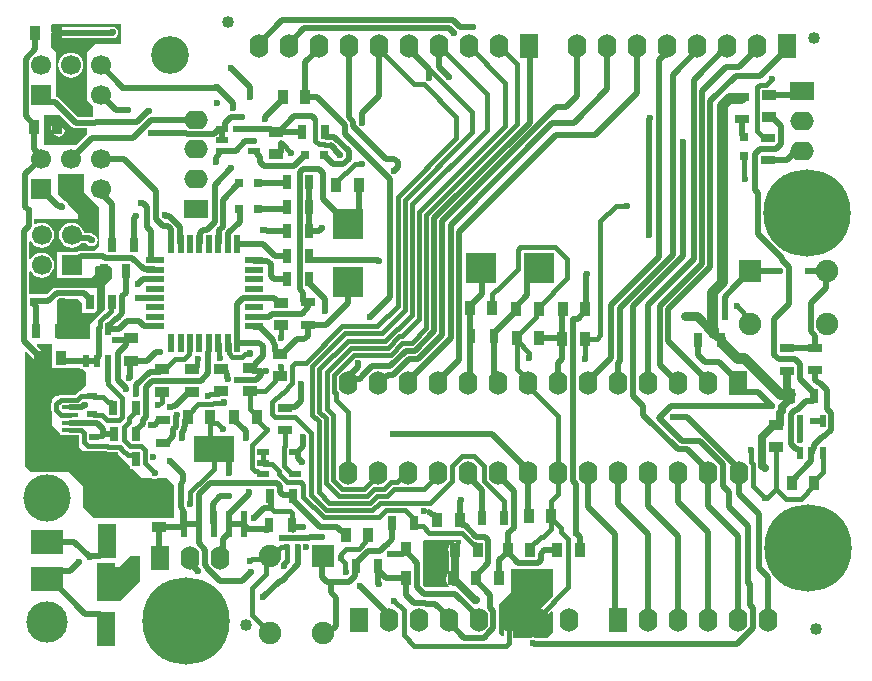
<source format=gtl>
G04*
G04 #@! TF.GenerationSoftware,Altium Limited,Altium Designer,20.0.13 (296)*
G04*
G04 Layer_Physical_Order=1*
G04 Layer_Color=255*
%FSLAX44Y44*%
%MOMM*%
G71*
G01*
G75*
%ADD14R,0.9000X1.3000*%
%ADD15R,2.5000X2.6000*%
%ADD16R,0.7000X1.3000*%
%ADD17R,2.6000X2.5000*%
%ADD18R,0.5588X0.6858*%
%ADD19R,0.6000X2.2000*%
%ADD20R,3.5000X2.2000*%
%ADD21R,1.0000X0.5500*%
%ADD22R,0.5500X1.0000*%
%ADD23R,1.6000X3.0000*%
%ADD24R,1.3000X0.9000*%
%ADD25R,1.3500X0.4000*%
%ADD26R,1.4000X1.6000*%
%ADD27R,1.9000X1.9000*%
%ADD28R,2.7000X2.0000*%
%ADD29R,0.8000X0.8000*%
%ADD30R,0.8000X0.8000*%
%ADD31R,1.5000X0.5500*%
%ADD32R,0.5500X1.5000*%
%ADD33R,1.3000X0.7000*%
%ADD34R,0.9000X0.6000*%
%ADD56R,1.9000X1.9000*%
%ADD57C,1.9000*%
%ADD71C,1.0160*%
%ADD72C,0.5000*%
%ADD73C,0.4000*%
%ADD74C,0.9000*%
%ADD75C,0.7000*%
%ADD76C,0.8000*%
%ADD77R,1.7000X1.7000*%
%ADD78C,1.7000*%
%ADD79R,1.7000X1.7000*%
%ADD80O,2.0000X1.6000*%
%ADD81R,2.0000X1.6000*%
%ADD82O,1.6000X2.0000*%
%ADD83R,1.6000X2.0000*%
%ADD84C,3.2000*%
%ADD85C,3.5000*%
%ADD86C,4.0000*%
%ADD87C,7.4000*%
G04:AMPARAMS|DCode=88|XSize=2mm|YSize=1.25mm|CornerRadius=0.3125mm|HoleSize=0mm|Usage=FLASHONLY|Rotation=0.000|XOffset=0mm|YOffset=0mm|HoleType=Round|Shape=RoundedRectangle|*
%AMROUNDEDRECTD88*
21,1,2.0000,0.6250,0,0,0.0*
21,1,1.3750,1.2500,0,0,0.0*
1,1,0.6250,0.6875,-0.3125*
1,1,0.6250,-0.6875,-0.3125*
1,1,0.6250,-0.6875,0.3125*
1,1,0.6250,0.6875,0.3125*
%
%ADD88ROUNDEDRECTD88*%
%ADD89C,0.6000*%
G36*
X96618Y54828D02*
X80376Y38586D01*
X60747D01*
X60093Y39239D01*
X60093Y66204D01*
X60992Y67102D01*
X79113Y67101D01*
X88272Y76260D01*
X96618Y76260D01*
Y54828D01*
D02*
G37*
G36*
X368049Y89931D02*
Y87065D01*
X367853Y86865D01*
X366779Y86418D01*
X365343Y87378D01*
X363197Y87804D01*
X361051Y87378D01*
X359231Y86162D01*
X358016Y84343D01*
X357589Y82197D01*
X358016Y80051D01*
X358061Y79984D01*
Y61885D01*
X357710Y61651D01*
X356494Y59831D01*
X356067Y57685D01*
Y55685D01*
X356494Y53539D01*
X357710Y51720D01*
X358047Y51382D01*
X357521Y50112D01*
X337632D01*
X336363Y51381D01*
Y54898D01*
X337633Y55283D01*
X337762Y55090D01*
X339085Y54205D01*
X340646Y53895D01*
X342207Y54205D01*
X343530Y55090D01*
X343555Y55115D01*
X344440Y56438D01*
X344750Y57999D01*
X344440Y59560D01*
X343555Y60883D01*
X342232Y61767D01*
X340672Y62077D01*
X339111Y61767D01*
X337788Y60883D01*
X337762Y60857D01*
X337633Y60664D01*
X336363Y61049D01*
Y79134D01*
X337633Y79519D01*
X337788Y79287D01*
X339111Y78403D01*
X340672Y78093D01*
X342232Y78403D01*
X343555Y79287D01*
X343581Y79313D01*
X344465Y80636D01*
X344776Y82197D01*
X344465Y83757D01*
X343581Y85080D01*
X342258Y85965D01*
X340697Y86275D01*
X339137Y85965D01*
X337813Y85080D01*
X337788Y85055D01*
X337633Y84823D01*
X336363Y85208D01*
Y89055D01*
X337261Y89952D01*
X368049Y89931D01*
D02*
G37*
G36*
X446126Y42242D02*
X431125Y27241D01*
X430241Y25918D01*
X429930Y24357D01*
X429930Y24357D01*
Y22357D01*
X430241Y20796D01*
X431125Y19473D01*
X432448Y18589D01*
X434009Y18279D01*
X435570Y18589D01*
X436893Y19473D01*
X437777Y20796D01*
X438087Y22357D01*
Y22668D01*
X444953Y29534D01*
X446126Y29048D01*
Y11984D01*
X441268Y7125D01*
X431615D01*
X429724Y7502D01*
X427832Y7125D01*
X412687Y7125D01*
Y24357D01*
X412377Y25918D01*
X411493Y27241D01*
X410170Y28125D01*
X408609Y28435D01*
X407048Y28125D01*
X405725Y27241D01*
X404841Y25918D01*
X404530Y24357D01*
Y8922D01*
X403357Y8436D01*
X400508Y11285D01*
Y35596D01*
X410634Y45722D01*
Y65695D01*
X446126D01*
Y42242D01*
D02*
G37*
G36*
X22229Y238294D02*
X22229Y236295D01*
X23205Y235319D01*
X45716D01*
Y234510D01*
X48461D01*
X50627Y232344D01*
Y220534D01*
X50717Y220444D01*
X46160Y215887D01*
X44925Y215641D01*
X43602Y214757D01*
X43602Y214757D01*
X41683Y212838D01*
X29559D01*
X29559Y212838D01*
X27998Y212528D01*
X26893Y211789D01*
X24753D01*
X22590Y209626D01*
X22229D01*
Y206934D01*
X21876Y206406D01*
X21566Y204845D01*
X21566Y204845D01*
Y199675D01*
X21566Y199674D01*
X21876Y198114D01*
X22229Y197586D01*
Y186637D01*
X28716Y180150D01*
Y178760D01*
X37072D01*
X37466Y178681D01*
X44870D01*
Y172654D01*
X44870Y172654D01*
X45128Y171359D01*
Y168516D01*
X48079Y165565D01*
X50698D01*
X50731Y165543D01*
X52292Y165232D01*
X67612D01*
X68089Y164913D01*
X69650Y164603D01*
X75355D01*
X87740Y152219D01*
Y149681D01*
X90277D01*
X97969Y141989D01*
X106766D01*
X106977Y141848D01*
X108928Y141460D01*
X110879Y141848D01*
X111090Y141989D01*
X119173D01*
X124999Y136163D01*
Y108799D01*
X57120D01*
X48312Y117608D01*
Y135398D01*
X36394Y147316D01*
X21015D01*
X17966Y147616D01*
X14916Y147316D01*
X4095D01*
X-774Y152185D01*
Y249442D01*
X399Y249928D01*
X6215Y244112D01*
Y244013D01*
X6564Y242257D01*
X7559Y240769D01*
X9047Y239774D01*
X10803Y239425D01*
X12559Y239774D01*
X14047Y240769D01*
X15042Y242257D01*
X15391Y244013D01*
Y246013D01*
X15042Y247769D01*
X14047Y249257D01*
X8996Y254308D01*
X9483Y255481D01*
X22229D01*
Y238294D01*
D02*
G37*
G36*
X49200Y399242D02*
Y384193D01*
X61947Y371446D01*
X61947Y339048D01*
X57777Y334879D01*
X46411D01*
X44656Y334530D01*
X43204Y333560D01*
X26608D01*
Y311892D01*
X55504D01*
X58229Y314617D01*
Y320105D01*
X59606Y321483D01*
X71603D01*
X73100Y319985D01*
X73100Y311607D01*
X72746D01*
X67081Y305942D01*
Y285299D01*
X59832Y278050D01*
X59686Y277832D01*
X54688Y272834D01*
Y260443D01*
X54511Y260266D01*
X26608D01*
Y293116D01*
X27842Y294351D01*
X43618D01*
X47783Y290185D01*
X47783Y282167D01*
X58082Y282167D01*
X58675Y282760D01*
X59716D01*
Y283800D01*
X59822Y283907D01*
Y303286D01*
X59645Y303109D01*
X51395D01*
X51293Y303178D01*
X49537Y303527D01*
X25942D01*
X24186Y303178D01*
X24083Y303109D01*
X22644D01*
X17510Y297975D01*
X2754D01*
Y317202D01*
X4024Y317454D01*
X4105Y317260D01*
X5788Y315067D01*
X7981Y313384D01*
X10535Y312326D01*
X13276Y311965D01*
X16017Y312326D01*
X18571Y313384D01*
X20765Y315067D01*
X22448Y317260D01*
X23506Y319815D01*
X23867Y322556D01*
X23506Y325297D01*
X22448Y327851D01*
X20765Y330045D01*
X18571Y331727D01*
X16017Y332785D01*
X13276Y333146D01*
X10535Y332785D01*
X7981Y331727D01*
X5788Y330045D01*
X4105Y327851D01*
X4024Y327657D01*
X2754Y327910D01*
Y342602D01*
X4024Y342854D01*
X4105Y342660D01*
X5788Y340467D01*
X7981Y338784D01*
X10535Y337726D01*
X13276Y337365D01*
X16017Y337726D01*
X18571Y338784D01*
X20765Y340467D01*
X22448Y342660D01*
X23506Y345215D01*
X23867Y347956D01*
X23506Y350697D01*
X22448Y353251D01*
X20765Y355444D01*
X18571Y357127D01*
X16017Y358186D01*
X13276Y358546D01*
X10535Y358186D01*
X8137Y357192D01*
X6896Y357662D01*
X6867Y357677D01*
Y361477D01*
X43818D01*
X44051Y361710D01*
Y365897D01*
X35356Y374592D01*
X34580Y375753D01*
X33419Y376529D01*
X27278Y382669D01*
Y399385D01*
X49141D01*
X49200Y399242D01*
D02*
G37*
G36*
X80625Y527035D02*
Y509834D01*
X80520Y509581D01*
X58365D01*
X51408Y502624D01*
Y462024D01*
X56720Y456712D01*
Y447654D01*
X44239D01*
X27778Y464115D01*
X26290Y465110D01*
X25479Y465271D01*
Y502498D01*
X20926Y507051D01*
Y518791D01*
X22196Y518916D01*
X22297Y518408D01*
X22477Y517504D01*
X23472Y516016D01*
X24960Y515021D01*
X26716Y514672D01*
X73056D01*
X73191Y514699D01*
X73326Y514672D01*
X75082Y515021D01*
X76571Y516016D01*
X77037Y516482D01*
X78032Y517970D01*
X78381Y519726D01*
X78032Y521482D01*
X77037Y522971D01*
X75549Y523965D01*
X73793Y524314D01*
X73522D01*
X71766Y523965D01*
X71591Y523848D01*
X26716D01*
X24960Y523499D01*
X23472Y522504D01*
X22477Y521016D01*
X22297Y520112D01*
X22196Y519603D01*
X20926Y519728D01*
Y526263D01*
X21825Y527160D01*
X80625Y527035D01*
D02*
G37*
G36*
X39094Y439822D02*
X40583Y438827D01*
X40637Y438816D01*
X41060Y438394D01*
X51392D01*
Y433405D01*
X42063Y424076D01*
X16281D01*
X15385Y424975D01*
X15459Y450115D01*
X28801Y450115D01*
X39094Y439822D01*
D02*
G37*
%LPC*%
G36*
X10759Y226891D02*
X9003Y226542D01*
X7515Y225548D01*
X7472Y225504D01*
X6477Y224016D01*
X6128Y222260D01*
X6477Y220504D01*
X7472Y219016D01*
X8960Y218021D01*
X10716Y217672D01*
X12472Y218021D01*
X13960Y219016D01*
X14004Y219059D01*
X14998Y220548D01*
X15347Y222303D01*
X14998Y224059D01*
X14004Y225548D01*
X12515Y226542D01*
X10759Y226891D01*
D02*
G37*
G36*
X38676Y358546D02*
X35935Y358186D01*
X33381Y357127D01*
X31188Y355444D01*
X29504Y353251D01*
X28447Y350697D01*
X28086Y347956D01*
X28447Y345215D01*
X29504Y342660D01*
X31188Y340467D01*
X33381Y338784D01*
X35935Y337726D01*
X38676Y337365D01*
X41417Y337726D01*
X43972Y338784D01*
X46165Y340467D01*
X46629Y341072D01*
X51217D01*
X51992Y339912D01*
X53646Y338807D01*
X55597Y338419D01*
X57548Y338807D01*
X59202Y339912D01*
X60307Y341566D01*
X60695Y343517D01*
X60307Y345468D01*
X59202Y347122D01*
X57548Y348227D01*
X56995Y348337D01*
X56428Y348904D01*
X54939Y349899D01*
X53184Y350248D01*
X48965D01*
X48906Y350697D01*
X47848Y353251D01*
X46165Y355444D01*
X43972Y357127D01*
X41417Y358186D01*
X38676Y358546D01*
D02*
G37*
G36*
X38066Y502600D02*
X35325Y502239D01*
X32771Y501181D01*
X30577Y499498D01*
X28894Y497305D01*
X27836Y494751D01*
X27475Y492010D01*
X27836Y489269D01*
X28894Y486715D01*
X30577Y484521D01*
X32771Y482838D01*
X35325Y481780D01*
X38066Y481419D01*
X40807Y481780D01*
X43361Y482838D01*
X45554Y484521D01*
X47238Y486715D01*
X48295Y489269D01*
X48656Y492010D01*
X48295Y494751D01*
X47238Y497305D01*
X45554Y499498D01*
X43361Y501181D01*
X40807Y502239D01*
X38066Y502600D01*
D02*
G37*
G36*
Y471198D02*
X36310Y470849D01*
X34821Y469854D01*
X33827Y468366D01*
X33478Y466610D01*
Y464188D01*
X33827Y462432D01*
X34821Y460944D01*
X36310Y459949D01*
X38066Y459600D01*
X39822Y459949D01*
X41310Y460944D01*
X42305Y462432D01*
X42654Y464188D01*
Y466610D01*
X42305Y468366D01*
X41310Y469854D01*
X39822Y470849D01*
X38066Y471198D01*
D02*
G37*
G36*
X26216Y443848D02*
X24460Y443499D01*
X22971Y442504D01*
X21977Y441016D01*
X21628Y439260D01*
Y437838D01*
X21977Y436082D01*
X22971Y434594D01*
X24971Y432594D01*
X26460Y431599D01*
X28216Y431250D01*
X29972Y431599D01*
X31460Y432594D01*
X32455Y434082D01*
X32804Y435838D01*
X32455Y437594D01*
X31460Y439083D01*
X30685Y439858D01*
X30455Y441016D01*
X29460Y442504D01*
X27971Y443499D01*
X26216Y443848D01*
D02*
G37*
%LPD*%
D14*
X137125Y193690D02*
D03*
X156125D02*
D03*
X262690Y390664D02*
D03*
X281690D02*
D03*
X473251Y260389D02*
D03*
X454251D02*
D03*
X217466Y465260D02*
D03*
X236466D02*
D03*
X419859Y57397D02*
D03*
X400858D02*
D03*
X394741Y285915D02*
D03*
X375741D02*
D03*
X434160Y285506D02*
D03*
X415160D02*
D03*
X270693Y93755D02*
D03*
X289693D02*
D03*
X321646Y57973D02*
D03*
X340646D02*
D03*
X321697Y82197D02*
D03*
X340697D02*
D03*
X380675Y57685D02*
D03*
X361675D02*
D03*
X7216Y439260D02*
D03*
X26216D02*
D03*
X26716Y519260D02*
D03*
X7716D02*
D03*
X434627Y260867D02*
D03*
X415627D02*
D03*
X407997Y81725D02*
D03*
X426997D02*
D03*
X29803Y244013D02*
D03*
X10803D02*
D03*
X425703Y110562D02*
D03*
X444703D02*
D03*
X176443Y193690D02*
D03*
X195443D02*
D03*
X382668Y81725D02*
D03*
X363668D02*
D03*
X648466Y138260D02*
D03*
X667466D02*
D03*
X348430Y106657D02*
D03*
X367430D02*
D03*
X454366Y285506D02*
D03*
X473365D02*
D03*
X449900Y81253D02*
D03*
X468900D02*
D03*
D15*
X434579Y320204D02*
D03*
X385578D02*
D03*
D16*
X225863Y127013D02*
D03*
X206863D02*
D03*
X239716Y392760D02*
D03*
X220716D02*
D03*
X239716Y372010D02*
D03*
X220716D02*
D03*
X239716Y351510D02*
D03*
X220716D02*
D03*
X92857Y202080D02*
D03*
X73857D02*
D03*
X72716Y339510D02*
D03*
X91716D02*
D03*
X93195Y179793D02*
D03*
X74195D02*
D03*
X74240Y158181D02*
D03*
X93240D02*
D03*
X239716Y330760D02*
D03*
X220716D02*
D03*
X239716Y310510D02*
D03*
X220716D02*
D03*
X233966Y435510D02*
D03*
X252966D02*
D03*
X206139Y102638D02*
D03*
X225139D02*
D03*
X73216Y291260D02*
D03*
X54216D02*
D03*
X404841Y108735D02*
D03*
X385841D02*
D03*
X328835Y104352D02*
D03*
X309835D02*
D03*
X84716Y317510D02*
D03*
X65716D02*
D03*
X27716Y267260D02*
D03*
X8716D02*
D03*
X569245Y259088D02*
D03*
X588246D02*
D03*
X298412Y67633D02*
D03*
X279412D02*
D03*
X647966Y211510D02*
D03*
X666966D02*
D03*
X377102Y262637D02*
D03*
X396102D02*
D03*
D17*
X273134Y357182D02*
D03*
Y308182D02*
D03*
D18*
X6216Y291010D02*
D03*
X30600D02*
D03*
X591547Y279200D02*
D03*
X567163D02*
D03*
D19*
X133566Y103510D02*
D03*
X146266Y103510D02*
D03*
X158966Y103510D02*
D03*
X184366D02*
D03*
X171666Y103510D02*
D03*
D20*
X158966Y167010D02*
D03*
D21*
X166216Y438260D02*
D03*
X166216Y428760D02*
D03*
X166216Y419260D02*
D03*
X193216Y438260D02*
D03*
X193216Y419260D02*
D03*
X200716Y164510D02*
D03*
X200716Y155010D02*
D03*
X200716Y145510D02*
D03*
X227716Y164510D02*
D03*
Y145510D02*
D03*
D22*
X50466Y241510D02*
D03*
X59966Y241510D02*
D03*
X69466Y241510D02*
D03*
X50466Y268510D02*
D03*
X69466D02*
D03*
X655466Y163260D02*
D03*
X664966Y163260D02*
D03*
X674466Y163260D02*
D03*
X655466Y190260D02*
D03*
X674466Y190260D02*
D03*
D23*
X68216Y55760D02*
D03*
Y14760D02*
D03*
X68466Y129760D02*
D03*
Y88760D02*
D03*
D24*
X190111Y216218D02*
D03*
Y235219D02*
D03*
X215100Y228758D02*
D03*
Y247758D02*
D03*
X112716Y119760D02*
D03*
Y100760D02*
D03*
X216216Y290760D02*
D03*
Y271760D02*
D03*
X165460Y234881D02*
D03*
Y215881D02*
D03*
X140471Y215543D02*
D03*
Y234543D02*
D03*
X115145Y234543D02*
D03*
Y215543D02*
D03*
X211966Y435760D02*
D03*
Y416760D02*
D03*
X629340Y448037D02*
D03*
Y467037D02*
D03*
X88622Y260607D02*
D03*
Y241607D02*
D03*
X635216Y187260D02*
D03*
Y168260D02*
D03*
D25*
X37466Y202260D02*
D03*
Y195760D02*
D03*
Y189260D02*
D03*
Y182760D02*
D03*
Y176260D02*
D03*
D26*
X35216Y221260D02*
D03*
Y157260D02*
D03*
D27*
X10716Y201260D02*
D03*
Y177260D02*
D03*
X251304Y76550D02*
D03*
D28*
X17466Y56510D02*
D03*
Y88510D02*
D03*
D29*
X196466Y391760D02*
D03*
X180466D02*
D03*
X196716Y370510D02*
D03*
X180716D02*
D03*
X252216Y415760D02*
D03*
X236216D02*
D03*
D30*
X608319Y430702D02*
D03*
Y414702D02*
D03*
D31*
X192966Y270760D02*
D03*
Y278760D02*
D03*
Y286760D02*
D03*
Y294760D02*
D03*
Y302760D02*
D03*
Y310760D02*
D03*
Y318760D02*
D03*
Y326760D02*
D03*
X108966D02*
D03*
Y318760D02*
D03*
Y310760D02*
D03*
Y302760D02*
D03*
Y294760D02*
D03*
Y286760D02*
D03*
Y278760D02*
D03*
Y270760D02*
D03*
D32*
X178966Y340760D02*
D03*
X170966D02*
D03*
X162966D02*
D03*
X154966D02*
D03*
X146966D02*
D03*
X138966D02*
D03*
X130966D02*
D03*
X122966D02*
D03*
Y256760D02*
D03*
X130966D02*
D03*
X138966D02*
D03*
X146966D02*
D03*
X154966D02*
D03*
X162966D02*
D03*
X170966D02*
D03*
X178966D02*
D03*
D33*
X116158Y172364D02*
D03*
Y191364D02*
D03*
X606530Y465363D02*
D03*
Y446363D02*
D03*
X628018Y411339D02*
D03*
Y430339D02*
D03*
X219158Y201680D02*
D03*
Y182680D02*
D03*
X668466Y233510D02*
D03*
Y252510D02*
D03*
X644466Y233260D02*
D03*
Y252260D02*
D03*
X238466Y291010D02*
D03*
Y272010D02*
D03*
D34*
X56387Y211873D02*
D03*
Y196873D02*
D03*
X57449Y177310D02*
D03*
Y162310D02*
D03*
D56*
X613466Y317760D02*
D03*
D57*
X206304Y76550D02*
D03*
Y11550D02*
D03*
X251304D02*
D03*
X613466Y272760D02*
D03*
X678466D02*
D03*
Y317760D02*
D03*
D71*
X186216Y17760D02*
D03*
X668966Y14510D02*
D03*
X667466Y515260D02*
D03*
X171466Y528260D02*
D03*
D72*
X308405Y295419D02*
Y395271D01*
X304787Y412628D02*
X311999D01*
X270347Y433330D02*
Y441214D01*
Y433330D02*
X308405Y395271D01*
X311827Y402456D02*
X314928Y405557D01*
Y409699D01*
X311999Y412628D02*
X314928Y409699D01*
X345528Y362514D02*
X426398Y443384D01*
X366528Y350600D02*
X449034Y433106D01*
X352528Y263568D02*
Y359614D01*
X359528Y260669D02*
Y356715D01*
X445823Y443010D02*
X463653D01*
X359528Y356715D02*
X445823Y443010D01*
X352528Y359614D02*
X449128Y456214D01*
X457423D01*
X449034Y433106D02*
X482045D01*
X345528Y266468D02*
Y362514D01*
X366528Y242269D02*
Y350600D01*
X426398Y443384D02*
Y507427D01*
X246300Y465260D02*
X270347Y441214D01*
X277347Y440069D02*
Y444113D01*
X273416Y448044D02*
X277347Y444113D01*
Y440069D02*
X304787Y412628D01*
X273416Y448044D02*
Y508010D01*
X260729Y431510D02*
X273235Y419005D01*
X253966Y431510D02*
X260729D01*
X291574Y278587D02*
X308405Y295419D01*
X273235Y412527D02*
Y419005D01*
X207466Y438260D02*
X209966Y435760D01*
X193216Y438260D02*
X207466D01*
X209966Y435760D02*
X211966D01*
X227165Y406709D02*
X236216Y415760D01*
X211966Y435760D02*
X212091Y435635D01*
X213966Y435760D02*
X227199Y448993D01*
X211966Y435760D02*
X213966D01*
X227199Y448993D02*
X242037D01*
X212091Y435635D02*
X233841D01*
X242037Y448993D02*
X244680Y446350D01*
X10803Y244013D02*
Y246013D01*
X-1834Y258650D02*
X10803Y246013D01*
X-1834Y258650D02*
Y351230D01*
X2279Y355344D02*
Y368977D01*
X-1834Y351230D02*
X2279Y355344D01*
X258080Y424260D02*
X261365Y420974D01*
X211966Y416760D02*
X213732D01*
X215732Y418760D01*
Y425929D01*
X215924Y426120D01*
X202450Y446388D02*
Y448244D01*
X217466Y463260D01*
Y465260D01*
X193195Y438280D02*
X193216Y438260D01*
X170515Y444912D02*
Y444912D01*
X168667Y438461D02*
X168716Y438510D01*
Y443112D01*
X170515Y444912D01*
Y444912D02*
X173444Y447841D01*
X182848D01*
X192857Y427327D02*
X193048Y427518D01*
X185638Y427327D02*
X192857D01*
X177571Y419260D02*
X185638Y427327D01*
X166216Y419260D02*
X177571D01*
X122596Y202523D02*
X124103D01*
X125866Y202938D02*
X138471Y215543D01*
X124103Y202523D02*
X124518Y202938D01*
X125866D01*
X122404Y202332D02*
X122596Y202523D01*
X192111Y233218D02*
X199111D01*
Y229683D02*
Y233218D01*
X190111Y235219D02*
X192111Y233218D01*
X190111Y235219D02*
X192111D01*
X195021Y225593D02*
X199111Y229683D01*
X179111Y225593D02*
X195021D01*
X194111Y237218D02*
Y239219D01*
X200446Y245554D01*
X192111Y235219D02*
X194111Y237218D01*
X178966Y256760D02*
X197518D01*
X200446Y245554D02*
Y253831D01*
X197518Y256760D02*
X200446Y253831D01*
X559686Y166713D02*
X577379Y149020D01*
X551964Y166713D02*
X559686D01*
X577379Y118578D02*
Y149020D01*
X522735Y195941D02*
X551964Y166713D01*
X522735Y195941D02*
Y203274D01*
X429724Y2403D02*
X430069Y2058D01*
X612846Y35111D02*
Y52619D01*
Y35111D02*
X615270Y32687D01*
Y15180D02*
Y32687D01*
X602149Y2058D02*
X615270Y15180D01*
X430069Y2058D02*
X602149D01*
X611561Y53904D02*
Y101894D01*
Y53904D02*
X612846Y52619D01*
X602770Y22357D02*
Y93187D01*
X577379Y118578D02*
X602770Y93187D01*
X603679Y129266D02*
Y150297D01*
Y129266D02*
X620690Y112256D01*
X595279Y118176D02*
Y130173D01*
Y118176D02*
X611561Y101894D01*
X620690Y66002D02*
Y112256D01*
Y66002D02*
X628170Y58521D01*
X589879Y135573D02*
X595279Y130173D01*
X536366Y193228D02*
X546116Y202979D01*
X559705Y194271D02*
X603679Y150297D01*
X570364Y173713D02*
X589879Y154197D01*
X548014Y194271D02*
X559705D01*
X589879Y135573D02*
Y154197D01*
X555881Y173713D02*
X570364D01*
X536366Y193228D02*
X555881Y173713D01*
X546116Y202979D02*
X631618D01*
X258304Y54550D02*
X273671D01*
X278412Y59291D01*
X240223Y92280D02*
X250493D01*
X239581Y91638D02*
X240223Y92280D01*
X216995Y91638D02*
X239581D01*
X250493Y92280D02*
X250685Y92471D01*
X171666Y103510D02*
Y111510D01*
X188715Y128559D01*
Y130318D01*
X188906Y130509D01*
X182864Y55262D02*
X190222Y62619D01*
X153396Y66402D02*
X164536Y55262D01*
X182864D01*
X190222Y62619D02*
X190330D01*
X101266Y219028D02*
X106781Y224543D01*
X94195Y183793D02*
X98731Y188329D01*
X101266Y194125D02*
Y219028D01*
X106781Y224543D02*
X132107D01*
X98731Y188329D02*
Y191590D01*
X104881Y232543D02*
X113145D01*
X98731Y191590D02*
X101266Y194125D01*
X93619Y221281D02*
X104881Y232543D01*
X93619Y213772D02*
Y221281D01*
X87778Y227067D02*
Y240763D01*
X88622Y241607D01*
X93428Y213580D02*
X93619Y213772D01*
X113145Y232543D02*
X115145Y234543D01*
X131216Y137539D02*
X133430Y139753D01*
X122404Y156684D02*
X133430Y145659D01*
Y139753D02*
Y145659D01*
X146266Y128617D02*
X155662Y138013D01*
X133066Y104010D02*
Y115678D01*
Y104010D02*
X133566Y103510D01*
X131216Y117527D02*
X133066Y115678D01*
X131216Y117527D02*
Y137539D01*
X146266Y103510D02*
Y128617D01*
X474523Y284664D02*
Y315213D01*
X467236Y277377D02*
X474523Y284664D01*
X367860Y105087D02*
Y123160D01*
X226139Y98694D02*
X228006Y100562D01*
X278412Y66633D02*
X279412Y67633D01*
X278412Y59291D02*
Y66633D01*
X279412Y67633D02*
Y70633D01*
X230647Y69254D02*
Y83863D01*
X201041Y41510D02*
X214913Y55382D01*
X216775D01*
X230647Y69254D01*
X158466Y104010D02*
Y114441D01*
X158966Y167010D02*
X163309D01*
X171808Y158510D01*
Y146348D02*
Y158510D01*
X155662Y138013D02*
X212227D01*
X214863Y130879D02*
Y135377D01*
X158466Y104010D02*
X158966Y103510D01*
X158325Y114582D02*
X158466Y114441D01*
X158325Y114582D02*
Y120795D01*
X164609Y127079D01*
X172069D01*
X112716Y75960D02*
Y100760D01*
Y75960D02*
X113666Y75010D01*
X112716Y100760D02*
X133066D01*
X17466Y88510D02*
X40993D01*
X54406Y75097D01*
X17466Y56510D02*
X24966Y64010D01*
X37270D01*
X44866Y71606D01*
X201328Y99449D02*
X202139Y98638D01*
X192150Y99640D02*
X192341Y99449D01*
X201328D01*
X26716Y519260D02*
X73056D01*
X73522Y519726D01*
X73793D01*
X337398Y43857D02*
X363709D01*
X383209Y24357D01*
Y22357D02*
Y24357D01*
X435997Y73361D02*
Y78325D01*
X438926Y81253D01*
X407997Y79725D02*
X416997Y70725D01*
X433361D02*
X435997Y73361D01*
X416997Y70725D02*
X433361D01*
X380675Y55685D02*
X393245Y43115D01*
X387818Y7060D02*
X393245Y12487D01*
Y31998D02*
Y43115D01*
Y12487D02*
Y12716D01*
X395709Y15180D02*
Y29535D01*
X393245Y12716D02*
X395709Y15180D01*
X393245Y31998D02*
X395709Y29535D01*
X371106Y7060D02*
X387818D01*
X380675Y57685D02*
Y59685D01*
Y55685D02*
Y57685D01*
X647747Y171482D02*
Y196655D01*
X650852Y199760D01*
X652140Y167088D02*
X653887D01*
X647747Y171482D02*
X652140Y167088D01*
X650852Y199760D02*
X652954D01*
X660704Y207510D01*
X655356Y174698D02*
Y190150D01*
X601379Y483081D02*
X621937D01*
X579471Y461173D02*
X601379Y483081D01*
X579471Y320953D02*
Y461173D01*
X572471Y469662D02*
X592890Y490081D01*
X526806Y289068D02*
X565471Y327732D01*
X543758Y285240D02*
X579471Y320953D01*
X536552Y287934D02*
X572471Y323853D01*
X565471Y479415D02*
X593816Y507760D01*
X565471Y327732D02*
Y479415D01*
X572471Y323853D02*
Y469662D01*
X543758Y258141D02*
X577379Y224520D01*
X543758Y258141D02*
Y285240D01*
X536552Y237946D02*
Y287934D01*
X606530Y432491D02*
Y446363D01*
Y432491D02*
X608319Y430702D01*
X60154Y189260D02*
X65387Y184027D01*
Y179249D02*
Y184027D01*
X37466Y189260D02*
X60154D01*
X24534Y460871D02*
X42339Y443066D01*
X58472D01*
X12666Y466610D02*
X18405Y460871D01*
X24534D01*
X65571Y330291D02*
X67352Y328510D01*
X90080D01*
X99580Y319010D01*
X38676Y322556D02*
X46411Y330291D01*
X65571D01*
X62216Y246010D02*
Y269626D01*
X69466Y270760D02*
X76787Y278081D01*
X77986D01*
X81682Y281777D01*
X59966Y241510D02*
Y243760D01*
X62216Y246010D01*
X82879Y472805D02*
X160953D01*
X161562Y473414D01*
X161832D01*
X86681Y454093D02*
X86682Y454094D01*
X75982Y454093D02*
X86681D01*
X63466Y466610D02*
X75982Y454093D01*
X17966Y19510D02*
Y21401D01*
X13966Y88510D02*
X17466D01*
X87586Y226876D02*
X87778Y227067D01*
X84908Y218059D02*
Y218330D01*
X86622Y260607D02*
X88622D01*
X77621Y225616D02*
Y247971D01*
Y225616D02*
X84908Y218330D01*
X84959Y258944D02*
X86622Y260607D01*
X77621Y247971D02*
X84621Y254971D01*
X88622Y241607D02*
X102621D01*
X110021Y249006D01*
X113208D01*
X113399Y249197D01*
X134158Y185223D02*
X135125Y186190D01*
X127158Y186000D02*
Y188122D01*
X132371Y176366D02*
X132562Y176557D01*
Y181505D01*
X116158Y172364D02*
X119158D01*
X124871Y183713D02*
X127158Y186000D01*
X134158Y183100D02*
Y185223D01*
X119158Y172364D02*
X124871Y178077D01*
Y183713D01*
X132562Y181505D02*
X134158Y183100D01*
X127158Y188122D02*
X127433Y188398D01*
Y195246D01*
X135125Y191690D02*
X137125Y193690D01*
X135125Y186190D02*
Y191690D01*
X127433Y195246D02*
X127625Y195438D01*
X250592Y58943D02*
Y75838D01*
X254986Y54550D02*
X258304D01*
X250592Y75838D02*
X251304Y76550D01*
X250592Y58943D02*
X254986Y54550D01*
X258304Y45571D02*
Y54550D01*
X139066Y70743D02*
X145896Y63913D01*
X153396Y66402D02*
Y67020D01*
X151966Y68450D02*
X153396Y67020D01*
X151966Y68450D02*
Y81788D01*
X54406Y75097D02*
X54677D01*
X164466Y75010D02*
X166570Y77115D01*
Y90415D01*
X171666Y95510D01*
Y103510D01*
X68216Y81510D02*
Y88510D01*
X62966Y76260D02*
X68216Y81510D01*
X55840Y76260D02*
X62966D01*
X54677Y75097D02*
X55840Y76260D01*
X225863Y124013D02*
X248829Y101047D01*
X263401D01*
X146766Y86987D02*
X151966Y81788D01*
X224926Y127950D02*
X225863Y127013D01*
X217792Y127950D02*
X224926D01*
X214863Y130879D02*
X217792Y127950D01*
X212227Y138013D02*
X214863Y135377D01*
X225863Y124013D02*
Y127013D01*
X270693Y93755D02*
Y95755D01*
X263401Y101047D02*
X266693Y97755D01*
X268693D01*
X270693Y95755D01*
X133566Y103510D02*
X146266D01*
X133566Y101260D02*
Y103510D01*
X146766Y86987D02*
Y103010D01*
X146266Y103510D02*
X146766Y103010D01*
X133066Y100760D02*
X133566Y101260D01*
X282469Y50601D02*
X307009Y26061D01*
X207863Y116610D02*
Y126013D01*
X193157Y108402D02*
X201364Y116610D01*
X184366Y103510D02*
X188236Y99640D01*
X192150D01*
X201364Y116610D02*
X207863D01*
X147216Y341010D02*
Y349624D01*
X146966Y340760D02*
X147216Y341010D01*
Y349624D02*
X150352Y352760D01*
X153753D01*
X159720Y390841D02*
X173712Y404833D01*
X159720Y358726D02*
Y390841D01*
X153753Y352760D02*
X159720Y358726D01*
X163216Y347724D02*
X163716Y348224D01*
X166720Y378014D02*
X178966Y390260D01*
X162966Y340760D02*
X163216Y341010D01*
X163716Y348224D02*
Y352023D01*
X166720Y355027D01*
Y378014D01*
X163216Y341010D02*
Y347724D01*
X171216Y349624D02*
X180884Y359292D01*
X180716Y369178D02*
Y370510D01*
X180884Y359292D02*
Y369010D01*
X180716Y369178D02*
X180884Y369010D01*
X171216Y341010D02*
Y349624D01*
X200850Y352335D02*
X201041Y352144D01*
X203630D01*
X204084Y351689D01*
X220536D01*
X220716Y351510D01*
X178966Y390260D02*
X180466Y391760D01*
X178966Y390260D02*
Y390260D01*
X75460Y258944D02*
X84959D01*
X79160Y268510D02*
X85636Y274985D01*
X103966Y271010D02*
X104216Y270760D01*
X102001Y271010D02*
X103966D01*
X101501Y271510D02*
X102001Y271010D01*
X99602Y271510D02*
X101501D01*
X96126Y274985D02*
X99602Y271510D01*
X85636Y274985D02*
X96126D01*
X104216Y270760D02*
X108966D01*
X234757Y169301D02*
Y177531D01*
X229966Y164510D02*
X234757Y169301D01*
X228006Y100562D02*
X234816D01*
X58472Y443066D02*
X59367Y443961D01*
X94132D01*
X103546Y453374D01*
X37966Y412660D02*
X55664Y430358D01*
X90428D01*
X105830Y445760D01*
X206863Y127013D02*
X207863Y126013D01*
X357809Y22357D02*
Y24357D01*
Y20357D02*
Y22357D01*
X84621Y258607D02*
X84959Y258944D01*
X225139Y99695D02*
X226139Y98694D01*
X225139Y99695D02*
Y102638D01*
X202139Y98638D02*
X205139D01*
X206139Y99638D01*
Y102638D01*
X225139Y104243D02*
Y105638D01*
X216837Y91797D02*
X216995Y91638D01*
X73326Y519260D02*
X73793Y519726D01*
X299971Y80623D02*
X305294Y85946D01*
X289401Y80623D02*
X299971D01*
X279412Y70633D02*
X289401Y80623D01*
X305429Y85946D02*
X309835Y90352D01*
X305294Y85946D02*
X305429D01*
X284847Y443176D02*
Y451515D01*
X298816Y465484D01*
X154216Y230924D02*
Y249295D01*
X154716Y249795D02*
Y256510D01*
X147835Y224543D02*
X154216Y230924D01*
Y249295D02*
X154716Y249795D01*
Y256510D02*
X154966Y256760D01*
X132107Y224543D02*
X147835D01*
X93195Y179793D02*
X94195Y180793D01*
Y183793D01*
X208860Y257511D02*
X211100Y255271D01*
Y249758D02*
Y255271D01*
Y249758D02*
X213100Y247758D01*
X193216Y270510D02*
X197966D01*
X208860Y257511D02*
Y259616D01*
X192966Y270760D02*
X193216Y270510D01*
X197966D02*
X208860Y259616D01*
X213100Y247758D02*
X217100D01*
X178966Y256760D02*
Y289374D01*
X37466Y189260D02*
X37466Y189260D01*
X65387Y179249D02*
X73650D01*
X74195Y179793D01*
X69466Y226049D02*
Y241510D01*
Y268510D02*
Y270760D01*
X621937Y483081D02*
X644616Y505760D01*
X396102Y230973D02*
X399579Y227496D01*
Y222520D02*
Y227496D01*
X396102Y262637D02*
Y265637D01*
Y230973D02*
Y262637D01*
X438926Y81253D02*
X449900D01*
X463366Y277377D02*
X467236D01*
X463279Y229697D02*
X463366Y229783D01*
X463279Y139842D02*
Y229697D01*
X465700Y95586D02*
Y137421D01*
X463366Y229783D02*
Y277377D01*
X463279Y139842D02*
X465700Y137421D01*
X357809Y20357D02*
X371106Y7060D01*
X217100Y247758D02*
X229416Y260074D01*
X235537D01*
X238466Y263003D01*
Y272010D01*
X132107Y224543D02*
X132107Y224543D01*
X10716Y222260D02*
X10759Y222303D01*
X-434Y371691D02*
Y399660D01*
Y371691D02*
X2279Y368977D01*
X-434Y399660D02*
X12566Y412660D01*
X160566Y413610D02*
X163716Y416760D01*
X160566Y410028D02*
Y413610D01*
X7216Y421257D02*
Y439260D01*
Y421257D02*
X12566Y415907D01*
Y412660D02*
Y415907D01*
X-334Y448810D02*
X7216Y441260D01*
X-334Y448810D02*
Y497395D01*
X7716Y505445D01*
Y519260D01*
X7216Y439260D02*
Y441260D01*
X454012Y260628D02*
X454308Y260924D01*
X454012Y243051D02*
Y260628D01*
X450379Y239418D02*
X454012Y243051D01*
X450379Y222520D02*
Y239418D01*
X173990Y489333D02*
X189993Y473330D01*
Y465329D02*
Y473330D01*
X182848Y447841D02*
X183040Y448032D01*
X178036Y438280D02*
X193195D01*
X178015Y438301D02*
X178036Y438280D01*
X139066Y70743D02*
Y75010D01*
X84716Y299160D02*
Y317510D01*
X81682Y296126D02*
X84716Y299160D01*
X81682Y281777D02*
Y296126D01*
X265735Y415633D02*
Y415904D01*
X261365Y420273D02*
Y420974D01*
X252966Y432510D02*
Y435510D01*
X261365Y420273D02*
X265735Y415904D01*
X252966Y432510D02*
X253966Y431510D01*
X259842Y408133D02*
X268841D01*
X273235Y412527D01*
X252216Y415760D02*
X259842Y408133D01*
X236466Y465260D02*
X246300D01*
X239716Y351510D02*
X247838D01*
X250620Y354292D01*
X239716Y351510D02*
Y372010D01*
Y392760D01*
X233841Y435635D02*
X233966Y435510D01*
X161832Y473414D02*
X175352Y459894D01*
Y455671D02*
Y459894D01*
Y455671D02*
X175543Y455480D01*
X655466Y163260D02*
Y165510D01*
X653887Y167088D02*
X655466Y165510D01*
X655247Y174588D02*
X655356Y174698D01*
Y190150D02*
X655466Y190260D01*
X675080Y176760D02*
X681716Y183396D01*
Y197124D01*
X667216Y170124D02*
X673852Y176760D01*
X675080D01*
X672330Y222510D02*
X678323Y216517D01*
Y200517D02*
X681716Y197124D01*
X678323Y200517D02*
Y216517D01*
X666966Y211510D02*
Y214510D01*
Y208510D02*
Y211510D01*
X665966Y207510D02*
X666966Y208510D01*
X660704Y207510D02*
X665966D01*
X664716Y163010D02*
X665216Y163510D01*
X474523Y315213D02*
X474714Y315404D01*
X651330Y242760D02*
X655466Y238624D01*
Y226010D02*
Y238624D01*
Y226010D02*
X666966Y214510D01*
X633466Y246896D02*
Y277423D01*
Y246896D02*
X637602Y242760D01*
X651330D01*
X633466Y277423D02*
X646181Y290138D01*
X367430Y104657D02*
X367860Y105087D01*
Y123160D02*
X368052Y123351D01*
X468900Y81253D02*
Y92385D01*
X465700Y95586D02*
X468900Y92385D01*
X321646Y43722D02*
Y57973D01*
X328511Y36857D02*
X337587D01*
X321646Y43722D02*
X328511Y36857D01*
X337587D02*
X338365Y36078D01*
X331485Y49770D02*
X337398Y43857D01*
X338365Y36078D02*
X346088D01*
X357809Y24357D01*
X380675Y59685D02*
X391668Y70679D01*
X367430Y104657D02*
X369430Y102657D01*
X371430D01*
X391668Y70679D02*
Y90089D01*
X371430Y102657D02*
X381362Y92725D01*
X389032D01*
X391668Y90089D01*
X298412Y64633D02*
Y67633D01*
Y52981D02*
Y64633D01*
Y52981D02*
X299025Y52368D01*
X262738Y17158D02*
Y41137D01*
X259809Y14229D02*
X262738Y17158D01*
X253983Y14229D02*
X259809D01*
X258304Y45571D02*
X262738Y41137D01*
X251304Y11550D02*
X253983Y14229D01*
X305072Y57973D02*
X321646D01*
X298412Y64633D02*
X305072Y57973D01*
X84621Y254971D02*
Y258607D01*
X176443Y191690D02*
Y193690D01*
Y191690D02*
X186316Y181816D01*
Y176524D02*
Y181816D01*
Y176524D02*
X186507Y176333D01*
X227716Y164510D02*
X229966D01*
X230216Y159636D02*
Y164260D01*
X229966Y164510D02*
X230216Y164260D01*
Y159636D02*
X233617Y156235D01*
Y155964D02*
Y156235D01*
X6510Y290081D02*
Y291894D01*
X18897D01*
X25942Y298939D02*
X49537D01*
X54216Y294260D01*
X18897Y291894D02*
X25942Y298939D01*
X8716Y267260D02*
Y287875D01*
X6510Y290081D02*
X8716Y287875D01*
X54216Y291260D02*
Y294260D01*
X53184Y345660D02*
X55326Y343517D01*
X38676Y347956D02*
X40972Y345660D01*
X53184D01*
X55326Y343517D02*
X55597D01*
X26216Y437838D02*
Y439260D01*
Y437838D02*
X28216Y435838D01*
X38066Y464188D02*
Y466610D01*
X82727Y472957D02*
X82879Y472805D01*
X63466Y492010D02*
X82518Y472957D01*
X82727D01*
X37466Y202260D02*
X47324D01*
X49437Y204373D01*
X49708D01*
X68216Y14760D02*
Y21760D01*
X62716Y27260D02*
X68216Y21760D01*
X50216Y27260D02*
X62716D01*
X20966Y56510D02*
X50216Y27260D01*
X17466Y56510D02*
X20966D01*
X450379Y222520D02*
X452315Y224455D01*
X454308Y285449D02*
X454366Y285506D01*
X454308Y260924D02*
Y285449D01*
X434627Y260867D02*
X434866Y260628D01*
X454012D01*
X407997Y81725D02*
Y95528D01*
X412841Y100371D02*
Y131758D01*
X407997Y95528D02*
X412841Y100371D01*
X399579Y145020D02*
X412841Y131758D01*
X399579Y145020D02*
Y147020D01*
X374179Y144257D02*
Y147020D01*
Y144257D02*
X385841Y132595D01*
Y108735D02*
Y132595D01*
X407997Y79725D02*
Y81725D01*
X400858Y57397D02*
Y72586D01*
X407997Y79725D01*
X170232Y227134D02*
Y230109D01*
Y227134D02*
X171444Y225922D01*
X169460Y230881D02*
X170232Y230109D01*
X167460Y234881D02*
X169460Y232881D01*
Y230881D02*
Y232881D01*
X165460Y234881D02*
X167460D01*
X106422Y187612D02*
X109405D01*
X106231Y187421D02*
X106422Y187612D01*
X112158Y190364D02*
X115158D01*
X109405Y187612D02*
X112158Y190364D01*
X115158D02*
X116158Y191364D01*
X348430Y106657D02*
Y108657D01*
X346430Y110657D02*
X348430Y108657D01*
X344430Y110657D02*
X346430D01*
X341133Y113954D02*
X344430Y110657D01*
X192966Y294760D02*
X210216D01*
X214216Y290760D01*
X216216D01*
X178966Y289374D02*
X184102Y294510D01*
X192716D01*
X192966Y294760D01*
X171666Y103510D02*
X184366D01*
X171666Y103510D02*
X171666Y103510D01*
X308940Y78446D02*
X309190Y78197D01*
X308401Y78446D02*
X308940D01*
X309835Y90352D02*
Y104352D01*
X309190Y78197D02*
X319697D01*
X321697Y80197D02*
Y82197D01*
X319697Y78197D02*
X321697Y80197D01*
X331485Y70409D01*
Y49770D02*
Y70409D01*
X138471Y215543D02*
X140471D01*
X307009Y22357D02*
Y26061D01*
X634919Y420876D02*
X639092Y425049D01*
X621191Y420876D02*
X634919D01*
X617018Y386148D02*
Y416703D01*
X628018Y411339D02*
X644118D01*
X651739Y418960D02*
X656716D01*
X617018Y416703D02*
X621191Y420876D01*
X644118Y411339D02*
X651739Y418960D01*
X639092Y425049D02*
Y440285D01*
X617018Y386148D02*
X619466Y383700D01*
X629340Y467037D02*
X653993D01*
X656716Y469760D01*
X629340Y448037D02*
X631340D01*
X639092Y440285D01*
X644466Y252260D02*
X644591Y252385D01*
X668341D01*
X668466Y252510D01*
X619466Y349320D02*
X639959Y328827D01*
X646181Y290138D02*
Y320665D01*
X639959Y326888D02*
X646181Y320665D01*
X639959Y326888D02*
Y328827D01*
X106154Y434622D02*
X135176D01*
X298816Y465484D02*
Y506010D01*
X165966Y438010D02*
X166216Y438260D01*
X135176Y434622D02*
X136538Y433260D01*
X150893D02*
X151608Y433974D01*
X163716Y438010D02*
X165966D01*
X136538Y433260D02*
X150893D01*
X151608Y433974D02*
X159680D01*
X163716Y438010D01*
X103546Y453374D02*
X103816D01*
X105830Y445760D02*
X143716D01*
X108716Y310510D02*
X108966Y310760D01*
X98952Y310510D02*
X108716D01*
X95147Y306705D02*
X98952Y310510D01*
X99580Y319010D02*
X108716D01*
X95219Y294760D02*
X108966D01*
X95147Y294688D02*
X95219Y294760D01*
X108716Y319010D02*
X108966Y318760D01*
X240716Y326840D02*
X298384D01*
X299332Y325891D01*
X239716Y327840D02*
Y330760D01*
Y327840D02*
X240716Y326840D01*
X281690Y365738D02*
Y390664D01*
X273134Y357182D02*
X281690Y365738D01*
X262633Y367182D02*
Y367432D01*
Y367182D02*
X272633Y357182D01*
X251290Y378775D02*
Y400831D01*
X272633Y357182D02*
X273134D01*
X251290Y378775D02*
X262633Y367432D01*
X234352Y403760D02*
X248361D01*
X251290Y400831D01*
X231716Y302146D02*
Y401124D01*
Y302146D02*
X234466Y299396D01*
X235466Y291010D02*
X238466D01*
X239716Y307510D02*
Y310510D01*
X231716Y401124D02*
X234352Y403760D01*
X234466Y292010D02*
X235466Y291010D01*
X239716Y307510D02*
X252910Y294315D01*
X234466Y292010D02*
Y299396D01*
X252910Y283371D02*
Y294315D01*
X227550Y202680D02*
X232810Y207940D01*
Y222166D01*
X220158Y202680D02*
X227550D01*
X219158Y201680D02*
X220158Y202680D01*
X272579Y222520D02*
Y227496D01*
X281242Y236159D01*
Y239603D01*
X281434Y239794D01*
X676115Y317705D02*
X677263Y316558D01*
X661958Y317705D02*
X676115D01*
X661904Y317651D02*
X661958Y317705D01*
X613466Y317760D02*
X638480D01*
X638681Y317559D01*
X12566Y387260D02*
X27486Y372340D01*
X30784D01*
X30975Y372148D01*
X98926Y375282D02*
X102487Y371721D01*
X97501Y375282D02*
X98926D01*
X63366Y412660D02*
X82765D01*
X110094Y385331D01*
Y361613D02*
Y385331D01*
X102487Y354627D02*
Y371721D01*
X63366Y384013D02*
Y387260D01*
Y384013D02*
X72716Y374663D01*
Y339510D02*
Y374663D01*
X102487Y354627D02*
X105621Y351493D01*
X110094Y361613D02*
X115717Y355989D01*
X105871Y326760D02*
X108966D01*
X105621Y327010D02*
X105871Y326760D01*
X105621Y327010D02*
Y351493D01*
X122966Y340760D02*
Y353060D01*
X120037Y355989D02*
X122966Y353060D01*
X115717Y355989D02*
X120037D01*
X130716Y341010D02*
Y355209D01*
X121397Y364528D02*
X130716Y355209D01*
X117594Y364719D02*
X117785Y364528D01*
X121397D01*
X31803Y241510D02*
X50466D01*
X29803Y243510D02*
X31803Y241510D01*
X29803Y243510D02*
Y244013D01*
X50466Y241510D02*
X59966D01*
X50466Y241510D02*
X50466Y241510D01*
X69466Y268510D02*
X79160D01*
X91716Y339510D02*
Y362297D01*
X93295Y363877D01*
Y364147D01*
X130716Y341010D02*
X130966Y340760D01*
X341305Y488767D02*
Y488921D01*
Y481175D02*
Y488767D01*
X324216Y506010D02*
Y508010D01*
Y506010D02*
X341305Y488921D01*
Y481175D02*
X341496Y480984D01*
X349616Y508010D02*
X349732Y507894D01*
Y490239D02*
Y507894D01*
Y490239D02*
X358156Y481815D01*
X217199Y529993D02*
X362026D01*
X358149Y522993D02*
X362285Y518857D01*
X236466Y465260D02*
Y494460D01*
X235599Y522993D02*
X358149D01*
X248016Y506010D02*
Y508010D01*
X197216Y510010D02*
X217199Y529993D01*
X222616Y510010D02*
X235599Y522993D01*
X222616Y508010D02*
Y510010D01*
X236466Y494460D02*
X248016Y506010D01*
X362285Y518857D02*
X362556D01*
X362026Y529993D02*
X367490Y524530D01*
X197216Y508010D02*
Y510010D01*
X166216Y428760D02*
Y438260D01*
X198449Y409638D02*
Y414026D01*
X201378Y406709D02*
X227165D01*
X198449Y409638D02*
X201378Y406709D01*
X193216Y419260D02*
X195466D01*
X195716Y419010D01*
Y416760D02*
Y419010D01*
Y416760D02*
X198449Y414026D01*
X273134Y290682D02*
Y308182D01*
X254461Y272010D02*
X273134Y290682D01*
X238466Y272010D02*
X254461D01*
X238466Y291010D02*
X238892Y290583D01*
Y286824D02*
Y290583D01*
X233393Y281325D02*
X238892Y286824D01*
X205852Y278760D02*
X208416Y281325D01*
X233393D01*
X192966Y278760D02*
X205852D01*
X220450Y330494D02*
X220716Y330760D01*
X210739Y330494D02*
X220450D01*
X200474Y340760D02*
X210739Y330494D01*
X178966Y340760D02*
X200474D01*
X207204Y313439D02*
Y323581D01*
X193216Y326510D02*
X204275D01*
X207204Y323581D01*
Y313439D02*
X210133Y310510D01*
X220716D01*
X192966Y326760D02*
X193216Y326510D01*
X170966Y340760D02*
X171216Y341010D01*
X196716Y370510D02*
X219716D01*
X220716Y371510D01*
Y372010D01*
X196466Y391760D02*
X196966Y392260D01*
X220216D01*
X220716Y392760D01*
X385578Y320204D02*
X386340Y319443D01*
Y298514D02*
Y319443D01*
X375741Y285915D02*
Y287915D01*
X386340Y298514D01*
X376102Y263636D02*
X377102Y262637D01*
X376102Y263636D02*
Y271553D01*
X375741Y271915D02*
X376102Y271553D01*
X375741Y271915D02*
Y285915D01*
X376102Y261636D02*
X377102Y262637D01*
X376102Y224442D02*
Y261636D01*
X374179Y222520D02*
X376102Y224442D01*
X415160Y283506D02*
Y285506D01*
X398290Y266637D02*
X415160Y283506D01*
X397102Y266637D02*
X398290D01*
X396102Y265637D02*
X397102Y266637D01*
X424579Y310204D02*
X434579Y320204D01*
X424579Y296925D02*
Y310204D01*
X415160Y287506D02*
X424579Y296925D01*
X415160Y285506D02*
Y287506D01*
X648466Y138260D02*
Y140260D01*
X664716Y156510D01*
Y163010D01*
X666008Y190875D02*
X673961D01*
X674466Y190370D01*
Y190260D02*
Y190370D01*
X665216Y163510D02*
Y165760D01*
X667216Y167760D01*
X631618Y202979D02*
Y203095D01*
X619693Y215020D02*
X631618Y203095D01*
X602679Y220520D02*
Y222520D01*
Y220520D02*
X608179Y215020D01*
X619693D01*
X569245Y246321D02*
Y259088D01*
Y246321D02*
X574812Y240755D01*
X586444D01*
X602679Y222520D02*
Y224520D01*
X586444Y240755D02*
X602679Y224520D01*
X570246Y255057D02*
Y258088D01*
X569245Y259088D02*
X570246Y258088D01*
X599555Y303849D02*
Y303849D01*
X591547Y279200D02*
Y295841D01*
X599555Y303849D01*
Y303849D02*
X613466Y317760D01*
X677263Y302982D02*
Y316558D01*
X668466Y252510D02*
Y262961D01*
X664466Y266961D02*
X668466Y262961D01*
X664466Y266961D02*
Y290185D01*
X677263Y302982D01*
X667216Y167760D02*
Y170124D01*
X668466Y225439D02*
Y233510D01*
Y225439D02*
X671395Y222510D01*
X672330D01*
X619466Y349320D02*
Y383700D01*
X501179Y222520D02*
Y240020D01*
X475779Y224520D02*
X495099Y243839D01*
Y288845D02*
X536155Y329902D01*
X495099Y243839D02*
Y288845D01*
X501179Y240020D02*
X502729Y241569D01*
Y286576D01*
X547528Y331376D01*
X475900Y118103D02*
X499022Y94981D01*
X475779Y147020D02*
X475900Y146899D01*
Y118103D02*
Y146899D01*
X475779Y222520D02*
Y224520D01*
X424979Y147020D02*
X425341Y146658D01*
Y110923D02*
Y146658D01*
Y110923D02*
X425703Y110562D01*
X424979Y147020D02*
Y149020D01*
X394484Y179515D02*
X424979Y149020D01*
X310644Y179515D02*
X394484D01*
X276528Y226469D02*
X282550D01*
X285479Y229697D02*
X292801Y237020D01*
X282550Y226469D02*
X285479Y229398D01*
Y229697D01*
X272579Y222520D02*
X276528Y226469D01*
X292801Y237020D02*
X308302D01*
X514079Y211931D02*
X522735Y203274D01*
X514079Y211931D02*
Y288027D01*
X556456Y330404D01*
X367490Y524530D02*
X378701D01*
X547528Y483903D02*
X568416Y504790D01*
X547528Y331376D02*
Y483903D01*
X527479Y348411D02*
Y446547D01*
X543016Y503046D02*
Y507760D01*
X536155Y496185D02*
X543016Y503046D01*
X527479Y446547D02*
X528386Y447453D01*
X536155Y329902D02*
Y496185D01*
X556426Y426516D02*
Y427176D01*
Y426516D02*
X556456Y426487D01*
Y330404D02*
Y426487D01*
X526579Y222520D02*
X526806Y222747D01*
Y289068D01*
X568416Y504790D02*
Y507760D01*
X536552Y237946D02*
X551979Y222520D01*
X517616Y468677D02*
Y507760D01*
X482045Y433106D02*
X517616Y468677D01*
X457423Y456214D02*
X466816Y465606D01*
X348779Y224520D02*
X366528Y242269D01*
X323379Y224520D02*
X359528Y260669D01*
X329265Y250204D02*
X345528Y266468D01*
X332164Y243204D02*
X352528Y263568D01*
X324386Y243204D02*
X332164D01*
X321486Y250204D02*
X329265D01*
X308302Y237020D02*
X321486Y250204D01*
X311201Y230020D02*
X324386Y243204D01*
X306456Y230020D02*
X311201D01*
X298956Y222520D02*
X306456Y230020D01*
X297979Y222520D02*
X298956D01*
X348779D02*
Y224520D01*
X492216Y471572D02*
Y507760D01*
X463653Y443010D02*
X492216Y471572D01*
X425816Y508010D02*
X426398Y507427D01*
X323379Y222520D02*
Y224520D01*
X499022Y24506D02*
Y94981D01*
X551979Y122193D02*
Y147020D01*
X577370Y22357D02*
Y96802D01*
X551979Y122193D02*
X577370Y96802D01*
X526579Y118355D02*
X551970Y92964D01*
X526579Y118355D02*
Y147020D01*
X551970Y22357D02*
Y92964D01*
X526570Y22357D02*
Y94762D01*
X501179Y120154D02*
X526570Y94762D01*
X628170Y22357D02*
Y58521D01*
X501179Y120154D02*
Y147020D01*
X499022Y24506D02*
X501170Y22357D01*
X466816Y465606D02*
Y507760D01*
X644616Y505760D02*
Y507760D01*
X577379Y222520D02*
Y224520D01*
X619216Y505760D02*
Y507760D01*
X603537Y490081D02*
X619216Y505760D01*
X592890Y490081D02*
X603537D01*
D73*
X326905Y374243D02*
X390095Y437433D01*
X320905Y378096D02*
X377858Y435048D01*
X332905Y277380D02*
Y367569D01*
X377858Y435048D02*
Y452214D01*
X338905Y365083D02*
X415882Y442060D01*
X326905Y280276D02*
Y374243D01*
X314905Y380581D02*
X364446Y430122D01*
X320905Y284271D02*
Y378096D01*
X338905Y269037D02*
Y365083D01*
X415882Y442060D02*
Y492544D01*
X390095Y437433D02*
Y467530D01*
X332905Y367569D02*
X405829Y440493D01*
X314905Y288088D02*
Y380581D01*
X405829Y440493D02*
Y477196D01*
X364446Y430122D02*
Y448134D01*
X328902Y475924D02*
X336657D01*
X298816Y506010D02*
X328902Y475924D01*
X336657D02*
X364446Y448134D01*
X216434Y426120D02*
X224800Y417754D01*
X215924Y426120D02*
X216434D01*
X224800Y417340D02*
Y417754D01*
X244680Y428139D02*
Y446350D01*
X252684Y425010D02*
X253434Y424260D01*
X244680Y428139D02*
X247809Y425010D01*
X252684D01*
X253434Y424260D02*
X258080D01*
X408609Y2903D02*
Y22357D01*
X406266Y560D02*
X408609Y2903D01*
Y22357D02*
Y24357D01*
X328475Y560D02*
X406266D01*
X270529Y62780D02*
Y70041D01*
Y62780D02*
X270912Y62398D01*
X137125Y193690D02*
Y195690D01*
X146097Y204662D01*
X157359D01*
X158882Y206184D01*
X167685D01*
X167882Y206381D01*
X203434Y73680D02*
X203585Y73831D01*
X190069Y72470D02*
X191279Y73680D01*
X203434D01*
X100740Y154746D02*
Y166338D01*
X97785Y169293D02*
X100740Y166338D01*
Y154746D02*
X108928Y146558D01*
X88038Y169293D02*
X97785D01*
X138716Y130260D02*
X152970Y144513D01*
X138716Y120634D02*
Y130260D01*
X266561Y74009D02*
X270529Y70041D01*
X266561Y74009D02*
Y74550D01*
X218784Y70341D02*
X220807Y72363D01*
X218784Y67999D02*
Y70341D01*
X220807Y72363D02*
Y83968D01*
X153469Y144513D02*
X158966Y150010D01*
X152970Y144513D02*
X153469D01*
X158966Y150010D02*
Y167010D01*
X434009Y22357D02*
Y24357D01*
X459343Y49691D01*
X436100Y92828D02*
X438100D01*
X426997Y81725D02*
Y83725D01*
X444703Y99431D02*
Y108562D01*
X426997Y83725D02*
X436100Y92828D01*
X438100D02*
X444703Y99431D01*
X459343Y49691D02*
Y90447D01*
X621184Y475537D02*
X626714D01*
X631647Y480470D01*
X618840Y436516D02*
Y473194D01*
X37466Y182760D02*
X46605D01*
X48948Y180417D01*
Y172654D02*
X52292Y169310D01*
X69021D01*
X48948Y172654D02*
Y180417D01*
X69021Y169310D02*
X69650Y168681D01*
X79397D02*
X81740Y166338D01*
Y166243D02*
Y166338D01*
Y166243D02*
X86278Y161705D01*
X69650Y168681D02*
X79397D01*
X93240Y158181D02*
Y160205D01*
X91740Y161705D02*
X93240Y160205D01*
X86278Y161705D02*
X91740D01*
X62716Y270126D02*
Y275167D01*
X62216Y269626D02*
X62716Y270126D01*
Y275167D02*
X71716Y284167D01*
Y289760D01*
X73216Y291260D01*
X266561Y74550D02*
X266943Y74933D01*
Y78421D01*
X615679Y135356D02*
Y153990D01*
Y135356D02*
X625839Y125196D01*
X613498Y156172D02*
Y165876D01*
Y156172D02*
X615679Y153990D01*
X208657Y206837D02*
X216540Y214719D01*
X208657Y196523D02*
Y206837D01*
X202561Y216218D02*
X210600Y224258D01*
X190111Y216218D02*
X202561D01*
X217718Y214719D02*
X225600Y222601D01*
X216540Y214719D02*
X217718D01*
X208657Y196523D02*
X211001Y194180D01*
X228007D01*
X225627Y105638D02*
Y112958D01*
X25644Y204845D02*
X29559Y208760D01*
X43373D01*
X25644Y199674D02*
Y204845D01*
Y199674D02*
X29559Y195760D01*
X241757Y127736D02*
Y180430D01*
X228007Y194180D02*
X241757Y180430D01*
Y127736D02*
X254473Y115020D01*
X242579Y195897D02*
X247757Y190719D01*
Y130221D02*
Y190719D01*
Y130221D02*
X256959Y121020D01*
X253757Y138386D02*
X265123Y127020D01*
X288465D01*
X294464Y133020D01*
X253757Y138386D02*
Y193204D01*
X248579Y198382D02*
X253757Y193204D01*
X267609Y133020D02*
X285979D01*
X297979Y145020D01*
X259757Y140871D02*
X267609Y133020D01*
X259757Y140871D02*
Y195689D01*
X254579Y200867D02*
X259757Y195689D01*
X234908Y126100D02*
X251988Y109020D01*
X298575D01*
X304531Y114976D01*
X115145Y206890D02*
Y215543D01*
X112163Y203908D02*
X115145Y206890D01*
X224023Y114562D02*
X225627Y112958D01*
X271216Y82694D02*
X281859D01*
X266943Y78421D02*
X271216Y82694D01*
X287193Y91255D02*
X289693Y93755D01*
X287193Y88028D02*
Y91255D01*
X281859Y82694D02*
X287193Y88028D01*
X209910Y114562D02*
X224023D01*
X207863Y116610D02*
X209910Y114562D01*
X214269Y145550D02*
X221059Y138760D01*
X214269Y145550D02*
Y148232D01*
X215872Y83968D02*
X220807D01*
X208454Y76550D02*
X215872Y83968D01*
X234908Y126100D02*
Y136417D01*
X232564Y138760D02*
X234908Y136417D01*
X221059Y138760D02*
X232564D01*
X254579Y231975D02*
X275398Y252794D01*
X242579Y236946D02*
X270427Y264794D01*
X248579Y234461D02*
X272912Y258794D01*
X254473Y115020D02*
X293435D01*
X256959Y121020D02*
X290950D01*
X161936Y189190D02*
X166966Y184160D01*
X158625Y189190D02*
X161936D01*
X140471Y234543D02*
X142471D01*
X144971Y237043D01*
Y242293D01*
X145971Y243293D01*
X83108Y174223D02*
Y185363D01*
Y174223D02*
X88038Y169293D01*
X83108Y185363D02*
X87357Y189612D01*
X92857Y199080D02*
Y202080D01*
X87357Y189612D02*
Y193580D01*
X92857Y199080D01*
X174559Y245260D02*
X183373D01*
X171716Y248103D02*
Y256010D01*
Y248103D02*
X174559Y245260D01*
X183373D02*
X185728Y247616D01*
X189770D01*
X190113Y247959D01*
X163716Y246913D02*
Y256010D01*
X170966Y256760D02*
X171716Y256010D01*
X57449Y177310D02*
X58449Y178310D01*
X64449D01*
X65387Y179249D01*
X69466Y226049D02*
X69848Y225666D01*
Y221746D02*
Y225666D01*
Y221746D02*
X81357Y210237D01*
Y193924D02*
Y210237D01*
X68700Y191580D02*
X79014D01*
X81357Y193924D01*
X56387Y196873D02*
X57387Y195873D01*
X64408D01*
X68700Y191580D01*
X262690Y390664D02*
Y392664D01*
X278229Y408203D01*
X284315D01*
X486467Y360037D02*
X499541Y373111D01*
X508736D01*
X486467Y263489D02*
Y360037D01*
X473251Y260389D02*
X483367D01*
X486467Y263489D01*
X627723Y125196D02*
X635216Y132689D01*
X625839Y125196D02*
X627723D01*
X667466Y138260D02*
Y140260D01*
Y136260D02*
Y138260D01*
X655941Y124735D02*
X667466Y136260D01*
X643170Y124735D02*
X655941D01*
X635216Y132689D02*
Y168260D01*
Y132689D02*
X643170Y124735D01*
X667466Y140260D02*
X674466Y147260D01*
Y163260D01*
X618840Y473194D02*
X621184Y475537D01*
X618840Y436516D02*
X625018Y430339D01*
X628018D01*
X608319Y395574D02*
Y414702D01*
Y395574D02*
X608509Y395385D01*
X613466Y272760D02*
Y276582D01*
X601687Y288360D02*
X613466Y276582D01*
X415627Y234966D02*
Y258867D01*
X473251Y260389D02*
X473340Y260300D01*
Y243248D02*
Y260300D01*
Y243248D02*
X473429Y243159D01*
X415627Y258867D02*
Y260867D01*
Y258867D02*
X425947Y248546D01*
Y243627D02*
Y248546D01*
X434160Y285506D02*
Y287506D01*
X458376Y311722D01*
X416236Y319704D02*
Y335534D01*
X418579Y337877D01*
X448063D01*
X458376Y327564D01*
Y311722D02*
Y327564D01*
X394741Y285915D02*
Y298415D01*
X398307Y301981D01*
X398512D01*
X416236Y319704D01*
X415627Y260867D02*
Y262867D01*
X431660Y278900D01*
Y283006D01*
X434160Y285506D01*
X424979Y222520D02*
Y225613D01*
Y220520D02*
Y222520D01*
X415627Y234966D02*
X424979Y225613D01*
X450379Y147020D02*
Y195120D01*
X424979Y220520D02*
X450379Y195120D01*
X444703Y108562D02*
Y110562D01*
Y108562D02*
X453273Y99992D01*
Y96517D02*
Y99992D01*
Y96517D02*
X459343Y90447D01*
X444703Y110562D02*
Y123181D01*
X450379Y128857D01*
Y147020D01*
X319776Y9259D02*
X328475Y560D01*
X319776Y9259D02*
Y30909D01*
X312044Y38641D02*
X319776Y30909D01*
X340672Y82171D02*
X340697Y82197D01*
X340646Y57973D02*
X340672Y57999D01*
X206304Y76550D02*
X208454D01*
X191808Y26046D02*
X206304Y11550D01*
X191808Y26046D02*
Y49273D01*
X203585Y73831D02*
X206304Y76550D01*
X203585Y61050D02*
Y73831D01*
X191808Y49273D02*
X203585Y61050D01*
X198466Y145510D02*
X200716D01*
X195716Y148260D02*
X198466Y145510D01*
X194059Y148260D02*
X195716D01*
X191716Y150603D02*
X194059Y148260D01*
X191716Y150603D02*
Y157373D01*
X191716Y157373D02*
X191716Y157373D01*
X191716Y170400D02*
X204005Y182690D01*
X191716Y157373D02*
Y170400D01*
X210600Y224258D02*
Y226258D01*
X213100Y228758D01*
X215100D01*
X138216Y247495D02*
Y256010D01*
X133906Y243185D02*
X138216Y247495D01*
X126395Y243185D02*
X133906D01*
X215997Y229655D02*
Y236304D01*
X227943Y239711D02*
X233378D01*
X225600Y237368D02*
X227943Y239711D01*
X225600Y222601D02*
Y237368D01*
X215100Y228758D02*
X215997Y229655D01*
X216216Y260762D02*
Y271760D01*
Y260762D02*
X216360Y260618D01*
X195443Y191690D02*
Y193690D01*
Y191690D02*
X204005Y183127D01*
Y182690D02*
Y183127D01*
X190111Y201021D02*
Y216218D01*
Y201021D02*
X195443Y195690D01*
Y193690D02*
Y195690D01*
X162960Y213381D02*
X165460Y215881D01*
X156179Y213381D02*
X162960D01*
X154460Y211662D02*
X156179Y213381D01*
X156125Y169851D02*
Y191690D01*
Y193690D01*
Y191690D02*
X158625Y189190D01*
X156125Y169851D02*
X158966Y167010D01*
X368900Y95994D02*
X378670Y86225D01*
X380168D01*
X341526Y95994D02*
X368900D01*
X380168Y86225D02*
X382668Y83725D01*
X254579Y200867D02*
Y231975D01*
X242579Y195897D02*
Y236946D01*
X248579Y198382D02*
Y234461D01*
X43373Y208760D02*
X46486Y211873D01*
X404841Y108735D02*
Y122788D01*
X387579Y140049D02*
X404841Y122788D01*
X379150Y161020D02*
X387579Y152590D01*
X308094Y121194D02*
X341924D01*
X369209Y161020D02*
X379150D01*
X360779Y152590D02*
X369209Y161020D01*
X299391Y120976D02*
X307876D01*
X360779Y140049D02*
Y152590D01*
X293435Y115020D02*
X299391Y120976D01*
X387579Y140049D02*
Y152590D01*
X341924Y121194D02*
X360779Y140049D01*
X307876Y120976D02*
X308094Y121194D01*
X117645Y237043D02*
X120253D01*
X115145Y234543D02*
X117645Y237043D01*
X138216Y256010D02*
X138966Y256760D01*
X120253Y237043D02*
X126395Y243185D01*
X290950Y121020D02*
X296950Y127020D01*
X162966Y256760D02*
X163716Y256010D01*
X315333Y268704D02*
X326905Y280276D01*
X318230Y262704D02*
X332905Y277380D01*
X301428Y264794D02*
X320905Y284271D01*
X326572Y256704D02*
X338905Y269037D01*
X297612Y270794D02*
X314905Y288088D01*
X303913Y258794D02*
X313824Y268704D01*
X275398Y252794D02*
X306399D01*
X270427Y264794D02*
X301428D01*
X277883Y246794D02*
X308884D01*
X272912Y258794D02*
X303913D01*
X308884Y246794D02*
X318794Y256704D01*
X306399Y252794D02*
X316309Y262704D01*
X267942Y270794D02*
X297612D01*
X236775Y239627D02*
X267942Y270794D01*
X260579Y229490D02*
X277883Y246794D01*
X233462Y239627D02*
X236775D01*
X233378Y239711D02*
X233462Y239627D01*
X260579Y215549D02*
Y229490D01*
X328835Y104352D02*
Y107352D01*
X321212Y114976D02*
X328835Y107352D01*
X304531Y114976D02*
X321212D01*
X294464Y133020D02*
X302950D01*
X308929Y138999D01*
X296950Y127020D02*
X305435D01*
X311415Y132999D01*
X336759D01*
X314112Y138999D02*
X322132Y147020D01*
X308929Y138999D02*
X314112D01*
X322132Y147020D02*
X323379D01*
X336759Y132999D02*
X348779Y145020D01*
X341305Y488767D02*
X377858Y452214D01*
X349732Y507894D02*
X390095Y467530D01*
X200716Y155010D02*
X201446Y154279D01*
X208221D01*
X214269Y148232D01*
X225466Y145510D02*
X227716D01*
X218716Y152260D02*
Y168917D01*
Y152260D02*
X225466Y145510D01*
X330335Y101529D02*
X335992D01*
X341526Y95994D01*
X328835Y103028D02*
X330335Y101529D01*
X328835Y103028D02*
Y104352D01*
X382668Y81725D02*
Y83725D01*
X200716Y164510D02*
X200716Y164510D01*
Y155010D02*
Y164510D01*
X218716Y168917D02*
X219158Y169359D01*
Y182680D01*
X73857Y202080D02*
Y205080D01*
X72357Y206580D02*
X73857Y205080D01*
X69357Y206580D02*
X72357D01*
X65064Y210873D02*
X69357Y206580D01*
X57387Y210873D02*
X65064D01*
X56387Y211873D02*
X57387Y210873D01*
X46486Y211873D02*
X56387D01*
X29559Y195760D02*
X37466D01*
X375016Y508010D02*
X405829Y477196D01*
X262154Y208698D02*
X272579Y198273D01*
Y147020D02*
Y198273D01*
X262154Y208698D02*
Y213974D01*
X260579Y215549D02*
X262154Y213974D01*
X400416Y508010D02*
X415882Y492544D01*
X318794Y256704D02*
X326572D01*
X316309Y262704D02*
X318230D01*
X313824Y268704D02*
X315333D01*
X297979Y145020D02*
Y147020D01*
X348779Y145020D02*
Y147020D01*
D74*
X595388Y464363D02*
X605530D01*
X589070Y458044D02*
X595388Y464363D01*
X638881Y213510D02*
X646966D01*
X589246Y257088D02*
X601973Y244360D01*
X608032D02*
X638881Y213510D01*
X581909Y265424D02*
Y268424D01*
X601973Y244360D02*
X608032D01*
X580634Y269699D02*
X581909Y268424D01*
X580634Y300116D02*
X589070Y308551D01*
Y458044D01*
X580634Y269699D02*
Y300116D01*
D75*
X646286Y208510D02*
X647966D01*
X363668Y55914D02*
Y81725D01*
X363197Y82197D02*
X363668Y81725D01*
Y55914D02*
X380335Y39247D01*
X381000D01*
X361675Y55685D02*
Y57685D01*
Y55685D02*
X362675Y54685D01*
X644466Y218010D02*
X647966Y214510D01*
Y211510D02*
Y214510D01*
X644466Y218010D02*
Y233260D01*
X640118Y202342D02*
X646286Y208510D01*
X640118Y199458D02*
Y202342D01*
X647966Y208510D02*
Y211510D01*
X633216Y187260D02*
X635216D01*
X623216Y177260D02*
X633216Y187260D01*
X623216Y152964D02*
Y177260D01*
Y152964D02*
X625658Y150521D01*
X635216Y187260D02*
X637216D01*
X638216Y188260D01*
Y197556D01*
X640118Y199458D01*
D76*
X581909Y265424D02*
X585746Y261588D01*
X568133Y279200D02*
X581909Y265424D01*
X588246Y259088D02*
Y261088D01*
X567163Y279200D02*
X568133D01*
X585746Y261588D02*
X587746D01*
X588246Y261088D01*
X567107Y279256D02*
X567163Y279200D01*
X558067Y279256D02*
X567107D01*
D77*
X12566Y387260D02*
D03*
X12666Y466610D02*
D03*
D78*
X37966Y387260D02*
D03*
X63366D02*
D03*
X12566Y412660D02*
D03*
X37966D02*
D03*
X63366D02*
D03*
X63466Y492010D02*
D03*
X38066D02*
D03*
X12666D02*
D03*
X63466Y466610D02*
D03*
X38066D02*
D03*
X13276Y347956D02*
D03*
Y322556D02*
D03*
X38676Y347956D02*
D03*
D79*
Y322556D02*
D03*
D80*
X143716Y420560D02*
D03*
Y395160D02*
D03*
Y445760D02*
D03*
X656716Y444360D02*
D03*
Y418960D02*
D03*
D81*
X143716Y369760D02*
D03*
X656716Y469760D02*
D03*
D82*
X164466Y75010D02*
D03*
X139066D02*
D03*
X197216Y508010D02*
D03*
X222616D02*
D03*
X248016D02*
D03*
X273416D02*
D03*
X298816D02*
D03*
X324216D02*
D03*
X349616D02*
D03*
X375016D02*
D03*
X400416D02*
D03*
X307009Y22357D02*
D03*
X332409D02*
D03*
X357809D02*
D03*
X383209D02*
D03*
X408609D02*
D03*
X434009D02*
D03*
X459409D02*
D03*
X619216Y507760D02*
D03*
X593816D02*
D03*
X568416D02*
D03*
X543016D02*
D03*
X517616D02*
D03*
X492216D02*
D03*
X466816D02*
D03*
X628170Y22357D02*
D03*
X602770D02*
D03*
X577370D02*
D03*
X551970D02*
D03*
X526570D02*
D03*
X272579Y147020D02*
D03*
X297979D02*
D03*
X323379D02*
D03*
X348779D02*
D03*
X374179D02*
D03*
X399579D02*
D03*
X424979D02*
D03*
X450379D02*
D03*
X475779D02*
D03*
X501179D02*
D03*
X526579D02*
D03*
X551979D02*
D03*
X577379D02*
D03*
X603679D02*
D03*
X272579Y222520D02*
D03*
X297979D02*
D03*
X323379D02*
D03*
X348779D02*
D03*
X374179D02*
D03*
X399579D02*
D03*
X424979D02*
D03*
X450379D02*
D03*
X475779D02*
D03*
X501179D02*
D03*
X526579D02*
D03*
X551979D02*
D03*
X577379D02*
D03*
D83*
X113666Y75010D02*
D03*
X425816Y508010D02*
D03*
X281609Y22357D02*
D03*
X644616Y507760D02*
D03*
X501170Y22357D02*
D03*
X602679Y222520D02*
D03*
D84*
X121966Y500760D02*
D03*
D85*
X17966Y20455D02*
D03*
D86*
Y125510D02*
D03*
D87*
X135466Y21260D02*
D03*
X660966Y366510D02*
D03*
X662190Y83191D02*
D03*
D88*
X10716Y222260D02*
D03*
Y156260D02*
D03*
D89*
X311827Y402456D02*
D03*
X224800Y417340D02*
D03*
X202450Y446388D02*
D03*
X429724Y2403D02*
D03*
X236804Y84138D02*
D03*
X167882Y206381D02*
D03*
X188906Y130509D02*
D03*
X107752Y160471D02*
D03*
X270912Y62398D02*
D03*
X218784Y67999D02*
D03*
X171808Y146348D02*
D03*
X172069Y127079D02*
D03*
X86682Y454094D02*
D03*
X113399Y249197D02*
D03*
X613498Y165876D02*
D03*
X179111Y225593D02*
D03*
X145896Y63913D02*
D03*
X44866Y71606D02*
D03*
X54406Y75097D02*
D03*
X193157Y108402D02*
D03*
X192150Y99640D02*
D03*
X173712Y404833D02*
D03*
X200850Y352335D02*
D03*
X75460Y258944D02*
D03*
X114649Y138364D02*
D03*
X43807Y231059D02*
D03*
X234757Y177531D02*
D03*
X234816Y100562D02*
D03*
X138716Y120634D02*
D03*
X112163Y203908D02*
D03*
X50293Y451961D02*
D03*
X266561Y74550D02*
D03*
X44477Y432069D02*
D03*
X220807Y83968D02*
D03*
X230647Y83863D02*
D03*
X166966Y184160D02*
D03*
X73793Y519726D02*
D03*
X284847Y443176D02*
D03*
X132371Y176366D02*
D03*
X145971Y243293D02*
D03*
X164151Y244381D02*
D03*
X108928Y146558D02*
D03*
X190113Y247959D02*
D03*
X381000Y39247D02*
D03*
X284315Y408203D02*
D03*
X508736Y373111D02*
D03*
X625839Y125196D02*
D03*
X631647Y480470D02*
D03*
X608509Y395385D02*
D03*
X601687Y288360D02*
D03*
X473429Y243159D02*
D03*
X425947Y243627D02*
D03*
X312044Y38641D02*
D03*
X190069Y72470D02*
D03*
X89313Y70989D02*
D03*
X108751Y135094D02*
D03*
X54171Y143075D02*
D03*
X215997Y236304D02*
D03*
X216360Y260618D02*
D03*
X204005Y182690D02*
D03*
X154460Y211662D02*
D03*
X87586Y226876D02*
D03*
X69466Y226049D02*
D03*
X2279Y368977D02*
D03*
X193048Y427518D02*
D03*
X160566Y410028D02*
D03*
X189993Y465329D02*
D03*
X173990Y489333D02*
D03*
X178015Y438301D02*
D03*
X161538Y459904D02*
D03*
X201041Y41510D02*
D03*
X265735Y415633D02*
D03*
X250620Y354292D02*
D03*
X655247Y174588D02*
D03*
X625658Y150521D02*
D03*
X474714Y315404D02*
D03*
X558067Y279256D02*
D03*
X368052Y123351D02*
D03*
X465700Y95586D02*
D03*
X299025Y52368D02*
D03*
X84908Y218059D02*
D03*
X186507Y176333D02*
D03*
X233617Y155964D02*
D03*
X49247Y263951D02*
D03*
X49708Y204373D02*
D03*
X171444Y225922D02*
D03*
X127625Y195438D02*
D03*
X203600Y232803D02*
D03*
X337320Y114193D02*
D03*
X93428Y213580D02*
D03*
X106231Y187421D02*
D03*
X216837Y91797D02*
D03*
X250685Y92471D02*
D03*
X308401Y78446D02*
D03*
X122404Y156684D02*
D03*
Y202332D02*
D03*
X190330Y62619D02*
D03*
X282469Y50601D02*
D03*
X183040Y448032D02*
D03*
X106154Y434622D02*
D03*
X161832Y473414D02*
D03*
X82879Y472805D02*
D03*
X55597Y343517D02*
D03*
X95147Y306705D02*
D03*
Y294688D02*
D03*
X299332Y325891D02*
D03*
X252910Y283371D02*
D03*
X232810Y222166D02*
D03*
X281434Y239794D02*
D03*
X661904Y317651D02*
D03*
X638681Y317559D02*
D03*
X30975Y372148D02*
D03*
X97501Y375282D02*
D03*
X93295Y364147D02*
D03*
X117594Y364719D02*
D03*
X341496Y480984D02*
D03*
X103816Y453374D02*
D03*
X358156Y481815D02*
D03*
X175543Y455480D02*
D03*
X666008Y190875D02*
D03*
X631618Y202979D02*
D03*
X310644Y179515D02*
D03*
X291574Y278587D02*
D03*
X362556Y518857D02*
D03*
X556426Y427176D02*
D03*
X527479Y348411D02*
D03*
X528386Y447453D02*
D03*
X378701Y524530D02*
D03*
X548014Y194271D02*
D03*
M02*

</source>
